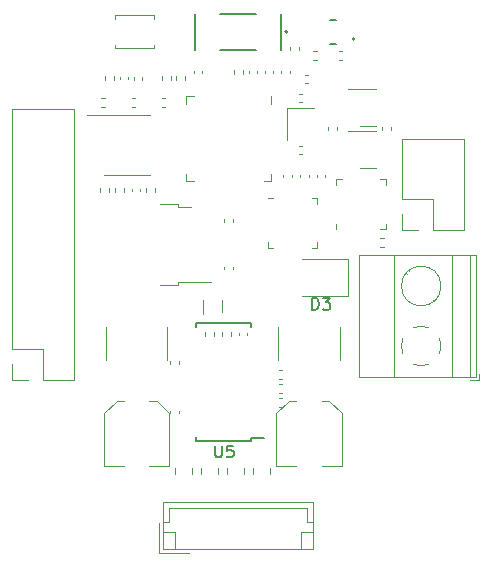
<source format=gbr>
G04 #@! TF.GenerationSoftware,KiCad,Pcbnew,6.0.5-a6ca702e91~116~ubuntu22.04.1*
G04 #@! TF.CreationDate,2022-05-26T03:30:37+02:00*
G04 #@! TF.ProjectId,driver-board,64726976-6572-42d6-926f-6172642e6b69,7ebd5c4*
G04 #@! TF.SameCoordinates,Original*
G04 #@! TF.FileFunction,Legend,Top*
G04 #@! TF.FilePolarity,Positive*
%FSLAX46Y46*%
G04 Gerber Fmt 4.6, Leading zero omitted, Abs format (unit mm)*
G04 Created by KiCad (PCBNEW 6.0.5-a6ca702e91~116~ubuntu22.04.1) date 2022-05-26 03:30:37*
%MOMM*%
%LPD*%
G01*
G04 APERTURE LIST*
%ADD10C,0.150000*%
%ADD11C,0.120000*%
%ADD12C,0.127000*%
%ADD13C,0.200000*%
G04 APERTURE END LIST*
D10*
X48038095Y-67032380D02*
X48038095Y-67841904D01*
X48085714Y-67937142D01*
X48133333Y-67984761D01*
X48228571Y-68032380D01*
X48419047Y-68032380D01*
X48514285Y-67984761D01*
X48561904Y-67937142D01*
X48609523Y-67841904D01*
X48609523Y-67032380D01*
X49561904Y-67032380D02*
X49085714Y-67032380D01*
X49038095Y-67508571D01*
X49085714Y-67460952D01*
X49180952Y-67413333D01*
X49419047Y-67413333D01*
X49514285Y-67460952D01*
X49561904Y-67508571D01*
X49609523Y-67603809D01*
X49609523Y-67841904D01*
X49561904Y-67937142D01*
X49514285Y-67984761D01*
X49419047Y-68032380D01*
X49180952Y-68032380D01*
X49085714Y-67984761D01*
X49038095Y-67937142D01*
X56261904Y-55532380D02*
X56261904Y-54532380D01*
X56500000Y-54532380D01*
X56642857Y-54580000D01*
X56738095Y-54675238D01*
X56785714Y-54770476D01*
X56833333Y-54960952D01*
X56833333Y-55103809D01*
X56785714Y-55294285D01*
X56738095Y-55389523D01*
X56642857Y-55484761D01*
X56500000Y-55532380D01*
X56261904Y-55532380D01*
X57166666Y-54532380D02*
X57785714Y-54532380D01*
X57452380Y-54913333D01*
X57595238Y-54913333D01*
X57690476Y-54960952D01*
X57738095Y-55008571D01*
X57785714Y-55103809D01*
X57785714Y-55341904D01*
X57738095Y-55437142D01*
X57690476Y-55484761D01*
X57595238Y-55532380D01*
X57309523Y-55532380D01*
X57214285Y-55484761D01*
X57166666Y-55437142D01*
D11*
X58797836Y-33640000D02*
X58582164Y-33640000D01*
X58797836Y-34360000D02*
X58582164Y-34360000D01*
X44960000Y-64307836D02*
X44960000Y-64092164D01*
X44240000Y-64307836D02*
X44240000Y-64092164D01*
X56643641Y-33620000D02*
X56336359Y-33620000D01*
X56643641Y-34380000D02*
X56336359Y-34380000D01*
X45500000Y-36073641D02*
X45500000Y-35766359D01*
X44740000Y-36073641D02*
X44740000Y-35766359D01*
X47220000Y-57446359D02*
X47220000Y-57753641D01*
X47980000Y-57446359D02*
X47980000Y-57753641D01*
X36090000Y-61490000D02*
X36090000Y-38510000D01*
X32220000Y-61490000D02*
X30890000Y-61490000D01*
X30890000Y-61490000D02*
X30890000Y-60160000D01*
X33490000Y-58890000D02*
X30890000Y-58890000D01*
X36090000Y-61490000D02*
X33490000Y-61490000D01*
X30890000Y-58890000D02*
X30890000Y-38510000D01*
X33490000Y-61490000D02*
X33490000Y-58890000D01*
X36090000Y-38510000D02*
X30890000Y-38510000D01*
X58610000Y-59815748D02*
X58610000Y-56984252D01*
X53390000Y-59815748D02*
X53390000Y-56984252D01*
X52735000Y-68938748D02*
X52735000Y-69461252D01*
X51265000Y-68938748D02*
X51265000Y-69461252D01*
X46865000Y-69427064D02*
X46865000Y-68972936D01*
X48335000Y-69427064D02*
X48335000Y-68972936D01*
X46135000Y-68938748D02*
X46135000Y-69461252D01*
X44665000Y-68938748D02*
X44665000Y-69461252D01*
X44140000Y-73500000D02*
X44140000Y-72290000D01*
X44140000Y-72290000D02*
X55860000Y-72290000D01*
X56360000Y-75810000D02*
X56360000Y-71790000D01*
X43340000Y-76110000D02*
X45840000Y-76110000D01*
X56360000Y-71790000D02*
X43640000Y-71790000D01*
X43640000Y-75810000D02*
X56360000Y-75810000D01*
X56360000Y-74310000D02*
X55360000Y-74310000D01*
X55360000Y-74310000D02*
X55360000Y-75810000D01*
X43640000Y-74310000D02*
X44640000Y-74310000D01*
X43640000Y-71790000D02*
X43640000Y-75810000D01*
X55860000Y-73500000D02*
X56360000Y-73500000D01*
X55860000Y-72290000D02*
X55860000Y-73500000D01*
X43640000Y-73500000D02*
X44140000Y-73500000D01*
X43340000Y-73610000D02*
X43340000Y-76110000D01*
X44640000Y-74310000D02*
X44640000Y-75810000D01*
X43540000Y-36073641D02*
X43540000Y-35766359D01*
X44300000Y-36073641D02*
X44300000Y-35766359D01*
D12*
X58245000Y-33000000D02*
X57755000Y-33000000D01*
X58245000Y-31000000D02*
X57755000Y-31000000D01*
D13*
X59870000Y-32630000D02*
G75*
G03*
X59870000Y-32630000I-100000J0D01*
G01*
D11*
X53446359Y-63780000D02*
X53753641Y-63780000D01*
X53446359Y-63020000D02*
X53753641Y-63020000D01*
X44960000Y-60107836D02*
X44960000Y-59892164D01*
X44240000Y-60107836D02*
X44240000Y-59892164D01*
X53707836Y-60640000D02*
X53492164Y-60640000D01*
X53707836Y-61360000D02*
X53492164Y-61360000D01*
X53707836Y-62560000D02*
X53492164Y-62560000D01*
X53707836Y-61840000D02*
X53492164Y-61840000D01*
X50040000Y-57707836D02*
X50040000Y-57492164D01*
X50760000Y-57707836D02*
X50760000Y-57492164D01*
X56235000Y-50310000D02*
X56710000Y-50310000D01*
X56710000Y-50310000D02*
X56710000Y-49835000D01*
X52490000Y-50310000D02*
X52490000Y-49835000D01*
X56710000Y-46090000D02*
X56710000Y-46565000D01*
X52965000Y-46090000D02*
X52490000Y-46090000D01*
X56235000Y-46090000D02*
X56710000Y-46090000D01*
X52965000Y-50310000D02*
X52490000Y-50310000D01*
X57695563Y-63240000D02*
X58760000Y-64304437D01*
X54304437Y-63240000D02*
X54940000Y-63240000D01*
X53240000Y-68760000D02*
X54940000Y-68760000D01*
X57695563Y-63240000D02*
X57060000Y-63240000D01*
X54304437Y-63240000D02*
X53240000Y-64304437D01*
X58760000Y-68760000D02*
X57060000Y-68760000D01*
X58760000Y-64304437D02*
X58760000Y-68760000D01*
X53240000Y-64304437D02*
X53240000Y-68760000D01*
X44160000Y-64304437D02*
X44160000Y-68760000D01*
X43095563Y-63240000D02*
X44160000Y-64304437D01*
X39704437Y-63240000D02*
X38640000Y-64304437D01*
X38640000Y-64304437D02*
X38640000Y-68760000D01*
X38640000Y-68760000D02*
X40340000Y-68760000D01*
X44160000Y-68760000D02*
X42460000Y-68760000D01*
X39704437Y-63240000D02*
X40340000Y-63240000D01*
X43095563Y-63240000D02*
X42460000Y-63240000D01*
X49065000Y-69427064D02*
X49065000Y-68972936D01*
X50535000Y-69427064D02*
X50535000Y-68972936D01*
D10*
X46475000Y-56654200D02*
X46475000Y-56979200D01*
X51125000Y-66655000D02*
X51125000Y-66430000D01*
X51125000Y-66655000D02*
X46475000Y-66655000D01*
X51125000Y-66430000D02*
X52200000Y-66430000D01*
X51125000Y-56654200D02*
X51125000Y-56979200D01*
X46475000Y-66655000D02*
X46475000Y-66330000D01*
X51125000Y-56654200D02*
X46475000Y-56654200D01*
D11*
X38790000Y-59815748D02*
X38790000Y-56984252D01*
X44010000Y-59815748D02*
X44010000Y-56984252D01*
X59285000Y-51215000D02*
X55400000Y-51215000D01*
X59285000Y-54385000D02*
X59285000Y-51215000D01*
X55400000Y-54385000D02*
X59285000Y-54385000D01*
X39600000Y-33400000D02*
X42900000Y-33400000D01*
X39600000Y-30600000D02*
X42900000Y-30600000D01*
X39600000Y-30900000D02*
X39600000Y-30600000D01*
X42900000Y-30600000D02*
X42900000Y-30900000D01*
X42900000Y-33400000D02*
X42900000Y-33100000D01*
X39600000Y-33100000D02*
X39600000Y-33400000D01*
X46960000Y-35292164D02*
X46960000Y-35507836D01*
X46240000Y-35292164D02*
X46240000Y-35507836D01*
X55907836Y-35640000D02*
X55692164Y-35640000D01*
X55907836Y-36360000D02*
X55692164Y-36360000D01*
X57620000Y-40046359D02*
X57620000Y-40353641D01*
X58380000Y-40046359D02*
X58380000Y-40353641D01*
X70160000Y-61200000D02*
X70160000Y-50920000D01*
X60239000Y-50920000D02*
X70160000Y-50920000D01*
X63199000Y-61200000D02*
X63199000Y-50920000D01*
X68100000Y-61200000D02*
X68100000Y-50920000D01*
X66523000Y-54747000D02*
X66569000Y-54794000D01*
X64225000Y-52450000D02*
X64261000Y-52485000D01*
X64431000Y-52245000D02*
X64477000Y-52292000D01*
X69660000Y-61440000D02*
X70400000Y-61440000D01*
X70400000Y-61440000D02*
X70400000Y-60940000D01*
X69600000Y-61200000D02*
X69600000Y-50920000D01*
X60239000Y-61200000D02*
X70160000Y-61200000D01*
X60239000Y-61200000D02*
X60239000Y-50920000D01*
X66739000Y-54554000D02*
X66774000Y-54589000D01*
X64816000Y-60135000D02*
G75*
G03*
X66183042Y-60135427I684001J1534993D01*
G01*
X67180000Y-58600000D02*
G75*
G03*
X67034756Y-57916682I-1680000J0D01*
G01*
X67035000Y-59284000D02*
G75*
G03*
X67180253Y-58571195I-1535001J683999D01*
G01*
X66184000Y-57064999D02*
G75*
G03*
X64816958Y-57064573I-684000J-1535001D01*
G01*
X63965000Y-57916000D02*
G75*
G03*
X63964573Y-59283042I1534993J-684001D01*
G01*
X67180000Y-53520000D02*
G75*
G03*
X67180000Y-53520000I-1680000J0D01*
G01*
X49380000Y-57753641D02*
X49380000Y-57446359D01*
X48620000Y-57753641D02*
X48620000Y-57446359D01*
X40680000Y-35812164D02*
X40680000Y-36027836D01*
X39960000Y-35812164D02*
X39960000Y-36027836D01*
X61000000Y-39960000D02*
X60350000Y-39960000D01*
X61000000Y-39960000D02*
X61650000Y-39960000D01*
X61000000Y-36840000D02*
X61650000Y-36840000D01*
X61000000Y-36840000D02*
X59325000Y-36840000D01*
X62046359Y-49420000D02*
X62353641Y-49420000D01*
X62046359Y-50180000D02*
X62353641Y-50180000D01*
X50380000Y-35553641D02*
X50380000Y-35246359D01*
X49620000Y-35553641D02*
X49620000Y-35246359D01*
X54360000Y-35507836D02*
X54360000Y-35292164D01*
X53640000Y-35507836D02*
X53640000Y-35292164D01*
X39450000Y-36073641D02*
X39450000Y-35766359D01*
X38690000Y-36073641D02*
X38690000Y-35766359D01*
X50900000Y-35292164D02*
X50900000Y-35507836D01*
X51620000Y-35292164D02*
X51620000Y-35507836D01*
X56450000Y-38450000D02*
X54150000Y-38450000D01*
X54150000Y-38450000D02*
X54150000Y-41150000D01*
X38703641Y-37620000D02*
X38396359Y-37620000D01*
X38703641Y-38380000D02*
X38396359Y-38380000D01*
X47000000Y-54700000D02*
X47000000Y-55900000D01*
X48600000Y-54700000D02*
X48600000Y-55700000D01*
X54560000Y-44307836D02*
X54560000Y-44092164D01*
X53840000Y-44307836D02*
X53840000Y-44092164D01*
X56640000Y-44307836D02*
X56640000Y-44092164D01*
X57360000Y-44307836D02*
X57360000Y-44092164D01*
X62510000Y-44965000D02*
X62510000Y-44490000D01*
X58290000Y-44490000D02*
X58765000Y-44490000D01*
X62510000Y-48235000D02*
X62510000Y-48710000D01*
X62510000Y-44490000D02*
X62035000Y-44490000D01*
X62510000Y-48710000D02*
X62035000Y-48710000D01*
X58290000Y-48235000D02*
X58290000Y-48710000D01*
X58290000Y-44965000D02*
X58290000Y-44490000D01*
X48840000Y-48082836D02*
X48840000Y-47867164D01*
X49560000Y-48082836D02*
X49560000Y-47867164D01*
X42945000Y-45246359D02*
X42945000Y-45553641D01*
X42185000Y-45246359D02*
X42185000Y-45553641D01*
X40620000Y-44160000D02*
X38670000Y-44160000D01*
X40620000Y-44160000D02*
X42570000Y-44160000D01*
X40620000Y-39040000D02*
X42570000Y-39040000D01*
X40620000Y-39040000D02*
X37170000Y-39040000D01*
X52810000Y-44660000D02*
X52160000Y-44660000D01*
X52810000Y-44010000D02*
X52810000Y-44660000D01*
X45590000Y-38090000D02*
X45590000Y-37440000D01*
X45590000Y-44660000D02*
X46240000Y-44660000D01*
X45590000Y-37440000D02*
X46240000Y-37440000D01*
X52810000Y-38090000D02*
X52810000Y-37440000D01*
X45590000Y-44010000D02*
X45590000Y-44660000D01*
X38295000Y-45246359D02*
X38295000Y-45553641D01*
X39055000Y-45246359D02*
X39055000Y-45553641D01*
X41160000Y-35837164D02*
X41160000Y-36052836D01*
X41880000Y-35837164D02*
X41880000Y-36052836D01*
X44895000Y-46550000D02*
X44895000Y-46820000D01*
X43395000Y-46550000D02*
X44895000Y-46550000D01*
X44895000Y-53450000D02*
X44895000Y-53180000D01*
X44895000Y-53180000D02*
X47725000Y-53180000D01*
X44895000Y-46820000D02*
X45995000Y-46820000D01*
X43395000Y-53450000D02*
X44895000Y-53450000D01*
X49560000Y-51892164D02*
X49560000Y-52107836D01*
X48840000Y-51892164D02*
X48840000Y-52107836D01*
X39585000Y-45553641D02*
X39585000Y-45246359D01*
X40345000Y-45553641D02*
X40345000Y-45246359D01*
X55407836Y-37240000D02*
X55192164Y-37240000D01*
X55407836Y-37960000D02*
X55192164Y-37960000D01*
X69110000Y-48790000D02*
X66510000Y-48790000D01*
X63910000Y-46190000D02*
X63910000Y-41050000D01*
X66510000Y-48790000D02*
X66510000Y-46190000D01*
X65240000Y-48790000D02*
X63910000Y-48790000D01*
X63910000Y-48790000D02*
X63910000Y-47460000D01*
X69110000Y-48790000D02*
X69110000Y-41050000D01*
X66510000Y-46190000D02*
X63910000Y-46190000D01*
X69110000Y-41050000D02*
X63910000Y-41050000D01*
X41032164Y-37640000D02*
X41247836Y-37640000D01*
X41032164Y-38360000D02*
X41247836Y-38360000D01*
X55240000Y-44307836D02*
X55240000Y-44092164D01*
X55960000Y-44307836D02*
X55960000Y-44092164D01*
X55407836Y-41640000D02*
X55192164Y-41640000D01*
X55407836Y-42360000D02*
X55192164Y-42360000D01*
X43552164Y-37640000D02*
X43767836Y-37640000D01*
X43552164Y-38360000D02*
X43767836Y-38360000D01*
X41725000Y-45292164D02*
X41725000Y-45507836D01*
X41005000Y-45292164D02*
X41005000Y-45507836D01*
X62980000Y-40353641D02*
X62980000Y-40046359D01*
X62220000Y-40353641D02*
X62220000Y-40046359D01*
D12*
X48500000Y-33500000D02*
X51500000Y-33500000D01*
X46380000Y-30500000D02*
X46380000Y-33500000D01*
X48500000Y-30500000D02*
X51500000Y-30500000D01*
X53620000Y-30500000D02*
X53620000Y-33500000D01*
D13*
X54182000Y-32000000D02*
G75*
G03*
X54182000Y-32000000I-100000J0D01*
G01*
D11*
X61000000Y-43560000D02*
X61650000Y-43560000D01*
X61000000Y-40440000D02*
X61650000Y-40440000D01*
X61000000Y-40440000D02*
X59325000Y-40440000D01*
X61000000Y-43560000D02*
X60350000Y-43560000D01*
X52960000Y-35292164D02*
X52960000Y-35507836D01*
X52240000Y-35292164D02*
X52240000Y-35507836D01*
X55180000Y-33246359D02*
X55180000Y-33553641D01*
X54420000Y-33246359D02*
X54420000Y-33553641D01*
M02*

</source>
